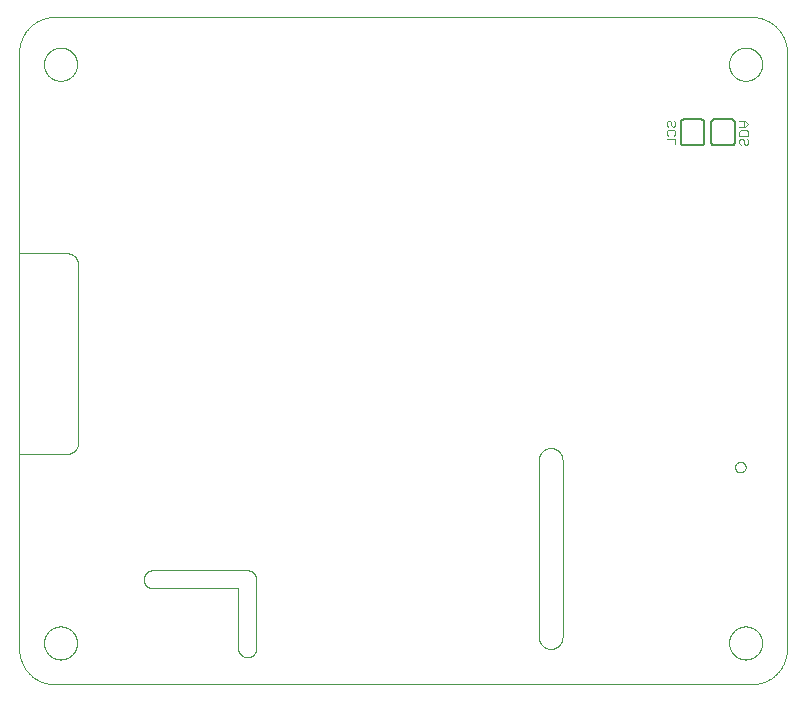
<source format=gbo>
G75*
%MOIN*%
%OFA0B0*%
%FSLAX25Y25*%
%IPPOS*%
%LPD*%
%AMOC8*
5,1,8,0,0,1.08239X$1,22.5*
%
%ADD10C,0.00000*%
%ADD11C,0.00100*%
%ADD12C,0.00600*%
%ADD13C,0.00300*%
D10*
X0016811Y0005000D02*
X0249094Y0005000D01*
X0249379Y0005003D01*
X0249665Y0005014D01*
X0249950Y0005031D01*
X0250234Y0005055D01*
X0250518Y0005086D01*
X0250801Y0005124D01*
X0251082Y0005169D01*
X0251363Y0005220D01*
X0251643Y0005278D01*
X0251921Y0005343D01*
X0252197Y0005415D01*
X0252471Y0005493D01*
X0252744Y0005578D01*
X0253014Y0005670D01*
X0253282Y0005768D01*
X0253548Y0005872D01*
X0253811Y0005983D01*
X0254071Y0006100D01*
X0254329Y0006223D01*
X0254583Y0006353D01*
X0254834Y0006489D01*
X0255082Y0006630D01*
X0255326Y0006778D01*
X0255567Y0006931D01*
X0255803Y0007091D01*
X0256036Y0007256D01*
X0256265Y0007426D01*
X0256490Y0007602D01*
X0256710Y0007784D01*
X0256926Y0007970D01*
X0257137Y0008162D01*
X0257344Y0008359D01*
X0257546Y0008561D01*
X0257743Y0008768D01*
X0257935Y0008979D01*
X0258121Y0009195D01*
X0258303Y0009415D01*
X0258479Y0009640D01*
X0258649Y0009869D01*
X0258814Y0010102D01*
X0258974Y0010338D01*
X0259127Y0010579D01*
X0259275Y0010823D01*
X0259416Y0011071D01*
X0259552Y0011322D01*
X0259682Y0011576D01*
X0259805Y0011834D01*
X0259922Y0012094D01*
X0260033Y0012357D01*
X0260137Y0012623D01*
X0260235Y0012891D01*
X0260327Y0013161D01*
X0260412Y0013434D01*
X0260490Y0013708D01*
X0260562Y0013984D01*
X0260627Y0014262D01*
X0260685Y0014542D01*
X0260736Y0014823D01*
X0260781Y0015104D01*
X0260819Y0015387D01*
X0260850Y0015671D01*
X0260874Y0015955D01*
X0260891Y0016240D01*
X0260902Y0016526D01*
X0260905Y0016811D01*
X0260906Y0016811D02*
X0260906Y0215630D01*
X0260905Y0215630D02*
X0260902Y0215915D01*
X0260891Y0216201D01*
X0260874Y0216486D01*
X0260850Y0216770D01*
X0260819Y0217054D01*
X0260781Y0217337D01*
X0260736Y0217618D01*
X0260685Y0217899D01*
X0260627Y0218179D01*
X0260562Y0218457D01*
X0260490Y0218733D01*
X0260412Y0219007D01*
X0260327Y0219280D01*
X0260235Y0219550D01*
X0260137Y0219818D01*
X0260033Y0220084D01*
X0259922Y0220347D01*
X0259805Y0220607D01*
X0259682Y0220865D01*
X0259552Y0221119D01*
X0259416Y0221370D01*
X0259275Y0221618D01*
X0259127Y0221862D01*
X0258974Y0222103D01*
X0258814Y0222339D01*
X0258649Y0222572D01*
X0258479Y0222801D01*
X0258303Y0223026D01*
X0258121Y0223246D01*
X0257935Y0223462D01*
X0257743Y0223673D01*
X0257546Y0223880D01*
X0257344Y0224082D01*
X0257137Y0224279D01*
X0256926Y0224471D01*
X0256710Y0224657D01*
X0256490Y0224839D01*
X0256265Y0225015D01*
X0256036Y0225185D01*
X0255803Y0225350D01*
X0255567Y0225510D01*
X0255326Y0225663D01*
X0255082Y0225811D01*
X0254834Y0225952D01*
X0254583Y0226088D01*
X0254329Y0226218D01*
X0254071Y0226341D01*
X0253811Y0226458D01*
X0253548Y0226569D01*
X0253282Y0226673D01*
X0253014Y0226771D01*
X0252744Y0226863D01*
X0252471Y0226948D01*
X0252197Y0227026D01*
X0251921Y0227098D01*
X0251643Y0227163D01*
X0251363Y0227221D01*
X0251082Y0227272D01*
X0250801Y0227317D01*
X0250518Y0227355D01*
X0250234Y0227386D01*
X0249950Y0227410D01*
X0249665Y0227427D01*
X0249379Y0227438D01*
X0249094Y0227441D01*
X0016811Y0227441D01*
X0016526Y0227438D01*
X0016240Y0227427D01*
X0015955Y0227410D01*
X0015671Y0227386D01*
X0015387Y0227355D01*
X0015104Y0227317D01*
X0014823Y0227272D01*
X0014542Y0227221D01*
X0014262Y0227163D01*
X0013984Y0227098D01*
X0013708Y0227026D01*
X0013434Y0226948D01*
X0013161Y0226863D01*
X0012891Y0226771D01*
X0012623Y0226673D01*
X0012357Y0226569D01*
X0012094Y0226458D01*
X0011834Y0226341D01*
X0011576Y0226218D01*
X0011322Y0226088D01*
X0011071Y0225952D01*
X0010823Y0225811D01*
X0010579Y0225663D01*
X0010338Y0225510D01*
X0010102Y0225350D01*
X0009869Y0225185D01*
X0009640Y0225015D01*
X0009415Y0224839D01*
X0009195Y0224657D01*
X0008979Y0224471D01*
X0008768Y0224279D01*
X0008561Y0224082D01*
X0008359Y0223880D01*
X0008162Y0223673D01*
X0007970Y0223462D01*
X0007784Y0223246D01*
X0007602Y0223026D01*
X0007426Y0222801D01*
X0007256Y0222572D01*
X0007091Y0222339D01*
X0006931Y0222103D01*
X0006778Y0221862D01*
X0006630Y0221618D01*
X0006489Y0221370D01*
X0006353Y0221119D01*
X0006223Y0220865D01*
X0006100Y0220607D01*
X0005983Y0220347D01*
X0005872Y0220084D01*
X0005768Y0219818D01*
X0005670Y0219550D01*
X0005578Y0219280D01*
X0005493Y0219007D01*
X0005415Y0218733D01*
X0005343Y0218457D01*
X0005278Y0218179D01*
X0005220Y0217899D01*
X0005169Y0217618D01*
X0005124Y0217337D01*
X0005086Y0217054D01*
X0005055Y0216770D01*
X0005031Y0216486D01*
X0005014Y0216201D01*
X0005003Y0215915D01*
X0005000Y0215630D01*
X0005000Y0016811D01*
X0005003Y0016526D01*
X0005014Y0016240D01*
X0005031Y0015955D01*
X0005055Y0015671D01*
X0005086Y0015387D01*
X0005124Y0015104D01*
X0005169Y0014823D01*
X0005220Y0014542D01*
X0005278Y0014262D01*
X0005343Y0013984D01*
X0005415Y0013708D01*
X0005493Y0013434D01*
X0005578Y0013161D01*
X0005670Y0012891D01*
X0005768Y0012623D01*
X0005872Y0012357D01*
X0005983Y0012094D01*
X0006100Y0011834D01*
X0006223Y0011576D01*
X0006353Y0011322D01*
X0006489Y0011071D01*
X0006630Y0010823D01*
X0006778Y0010579D01*
X0006931Y0010338D01*
X0007091Y0010102D01*
X0007256Y0009869D01*
X0007426Y0009640D01*
X0007602Y0009415D01*
X0007784Y0009195D01*
X0007970Y0008979D01*
X0008162Y0008768D01*
X0008359Y0008561D01*
X0008561Y0008359D01*
X0008768Y0008162D01*
X0008979Y0007970D01*
X0009195Y0007784D01*
X0009415Y0007602D01*
X0009640Y0007426D01*
X0009869Y0007256D01*
X0010102Y0007091D01*
X0010338Y0006931D01*
X0010579Y0006778D01*
X0010823Y0006630D01*
X0011071Y0006489D01*
X0011322Y0006353D01*
X0011576Y0006223D01*
X0011834Y0006100D01*
X0012094Y0005983D01*
X0012357Y0005872D01*
X0012623Y0005768D01*
X0012891Y0005670D01*
X0013161Y0005578D01*
X0013434Y0005493D01*
X0013708Y0005415D01*
X0013984Y0005343D01*
X0014262Y0005278D01*
X0014542Y0005220D01*
X0014823Y0005169D01*
X0015104Y0005124D01*
X0015387Y0005086D01*
X0015671Y0005055D01*
X0015955Y0005031D01*
X0016240Y0005014D01*
X0016526Y0005003D01*
X0016811Y0005000D01*
X0013268Y0018780D02*
X0013270Y0018928D01*
X0013276Y0019076D01*
X0013286Y0019224D01*
X0013300Y0019371D01*
X0013318Y0019518D01*
X0013339Y0019664D01*
X0013365Y0019810D01*
X0013395Y0019955D01*
X0013428Y0020099D01*
X0013466Y0020242D01*
X0013507Y0020384D01*
X0013552Y0020525D01*
X0013600Y0020665D01*
X0013653Y0020804D01*
X0013709Y0020941D01*
X0013769Y0021076D01*
X0013832Y0021210D01*
X0013899Y0021342D01*
X0013970Y0021472D01*
X0014044Y0021600D01*
X0014121Y0021726D01*
X0014202Y0021850D01*
X0014286Y0021972D01*
X0014373Y0022091D01*
X0014464Y0022208D01*
X0014558Y0022323D01*
X0014654Y0022435D01*
X0014754Y0022545D01*
X0014856Y0022651D01*
X0014962Y0022755D01*
X0015070Y0022856D01*
X0015181Y0022954D01*
X0015294Y0023050D01*
X0015410Y0023142D01*
X0015528Y0023231D01*
X0015649Y0023316D01*
X0015772Y0023399D01*
X0015897Y0023478D01*
X0016024Y0023554D01*
X0016153Y0023626D01*
X0016284Y0023695D01*
X0016417Y0023760D01*
X0016552Y0023821D01*
X0016688Y0023879D01*
X0016825Y0023934D01*
X0016964Y0023984D01*
X0017105Y0024031D01*
X0017246Y0024074D01*
X0017389Y0024114D01*
X0017533Y0024149D01*
X0017677Y0024181D01*
X0017823Y0024208D01*
X0017969Y0024232D01*
X0018116Y0024252D01*
X0018263Y0024268D01*
X0018410Y0024280D01*
X0018558Y0024288D01*
X0018706Y0024292D01*
X0018854Y0024292D01*
X0019002Y0024288D01*
X0019150Y0024280D01*
X0019297Y0024268D01*
X0019444Y0024252D01*
X0019591Y0024232D01*
X0019737Y0024208D01*
X0019883Y0024181D01*
X0020027Y0024149D01*
X0020171Y0024114D01*
X0020314Y0024074D01*
X0020455Y0024031D01*
X0020596Y0023984D01*
X0020735Y0023934D01*
X0020872Y0023879D01*
X0021008Y0023821D01*
X0021143Y0023760D01*
X0021276Y0023695D01*
X0021407Y0023626D01*
X0021536Y0023554D01*
X0021663Y0023478D01*
X0021788Y0023399D01*
X0021911Y0023316D01*
X0022032Y0023231D01*
X0022150Y0023142D01*
X0022266Y0023050D01*
X0022379Y0022954D01*
X0022490Y0022856D01*
X0022598Y0022755D01*
X0022704Y0022651D01*
X0022806Y0022545D01*
X0022906Y0022435D01*
X0023002Y0022323D01*
X0023096Y0022208D01*
X0023187Y0022091D01*
X0023274Y0021972D01*
X0023358Y0021850D01*
X0023439Y0021726D01*
X0023516Y0021600D01*
X0023590Y0021472D01*
X0023661Y0021342D01*
X0023728Y0021210D01*
X0023791Y0021076D01*
X0023851Y0020941D01*
X0023907Y0020804D01*
X0023960Y0020665D01*
X0024008Y0020525D01*
X0024053Y0020384D01*
X0024094Y0020242D01*
X0024132Y0020099D01*
X0024165Y0019955D01*
X0024195Y0019810D01*
X0024221Y0019664D01*
X0024242Y0019518D01*
X0024260Y0019371D01*
X0024274Y0019224D01*
X0024284Y0019076D01*
X0024290Y0018928D01*
X0024292Y0018780D01*
X0024290Y0018632D01*
X0024284Y0018484D01*
X0024274Y0018336D01*
X0024260Y0018189D01*
X0024242Y0018042D01*
X0024221Y0017896D01*
X0024195Y0017750D01*
X0024165Y0017605D01*
X0024132Y0017461D01*
X0024094Y0017318D01*
X0024053Y0017176D01*
X0024008Y0017035D01*
X0023960Y0016895D01*
X0023907Y0016756D01*
X0023851Y0016619D01*
X0023791Y0016484D01*
X0023728Y0016350D01*
X0023661Y0016218D01*
X0023590Y0016088D01*
X0023516Y0015960D01*
X0023439Y0015834D01*
X0023358Y0015710D01*
X0023274Y0015588D01*
X0023187Y0015469D01*
X0023096Y0015352D01*
X0023002Y0015237D01*
X0022906Y0015125D01*
X0022806Y0015015D01*
X0022704Y0014909D01*
X0022598Y0014805D01*
X0022490Y0014704D01*
X0022379Y0014606D01*
X0022266Y0014510D01*
X0022150Y0014418D01*
X0022032Y0014329D01*
X0021911Y0014244D01*
X0021788Y0014161D01*
X0021663Y0014082D01*
X0021536Y0014006D01*
X0021407Y0013934D01*
X0021276Y0013865D01*
X0021143Y0013800D01*
X0021008Y0013739D01*
X0020872Y0013681D01*
X0020735Y0013626D01*
X0020596Y0013576D01*
X0020455Y0013529D01*
X0020314Y0013486D01*
X0020171Y0013446D01*
X0020027Y0013411D01*
X0019883Y0013379D01*
X0019737Y0013352D01*
X0019591Y0013328D01*
X0019444Y0013308D01*
X0019297Y0013292D01*
X0019150Y0013280D01*
X0019002Y0013272D01*
X0018854Y0013268D01*
X0018706Y0013268D01*
X0018558Y0013272D01*
X0018410Y0013280D01*
X0018263Y0013292D01*
X0018116Y0013308D01*
X0017969Y0013328D01*
X0017823Y0013352D01*
X0017677Y0013379D01*
X0017533Y0013411D01*
X0017389Y0013446D01*
X0017246Y0013486D01*
X0017105Y0013529D01*
X0016964Y0013576D01*
X0016825Y0013626D01*
X0016688Y0013681D01*
X0016552Y0013739D01*
X0016417Y0013800D01*
X0016284Y0013865D01*
X0016153Y0013934D01*
X0016024Y0014006D01*
X0015897Y0014082D01*
X0015772Y0014161D01*
X0015649Y0014244D01*
X0015528Y0014329D01*
X0015410Y0014418D01*
X0015294Y0014510D01*
X0015181Y0014606D01*
X0015070Y0014704D01*
X0014962Y0014805D01*
X0014856Y0014909D01*
X0014754Y0015015D01*
X0014654Y0015125D01*
X0014558Y0015237D01*
X0014464Y0015352D01*
X0014373Y0015469D01*
X0014286Y0015588D01*
X0014202Y0015710D01*
X0014121Y0015834D01*
X0014044Y0015960D01*
X0013970Y0016088D01*
X0013899Y0016218D01*
X0013832Y0016350D01*
X0013769Y0016484D01*
X0013709Y0016619D01*
X0013653Y0016756D01*
X0013600Y0016895D01*
X0013552Y0017035D01*
X0013507Y0017176D01*
X0013466Y0017318D01*
X0013428Y0017461D01*
X0013395Y0017605D01*
X0013365Y0017750D01*
X0013339Y0017896D01*
X0013318Y0018042D01*
X0013300Y0018189D01*
X0013286Y0018336D01*
X0013276Y0018484D01*
X0013270Y0018632D01*
X0013268Y0018780D01*
X0005000Y0053000D02*
X0005000Y0128000D01*
X0024685Y0144764D02*
X0024683Y0144888D01*
X0024677Y0145011D01*
X0024668Y0145135D01*
X0024654Y0145257D01*
X0024637Y0145380D01*
X0024615Y0145502D01*
X0024590Y0145623D01*
X0024561Y0145743D01*
X0024529Y0145862D01*
X0024492Y0145981D01*
X0024452Y0146098D01*
X0024409Y0146213D01*
X0024361Y0146328D01*
X0024310Y0146440D01*
X0024256Y0146551D01*
X0024198Y0146661D01*
X0024137Y0146768D01*
X0024072Y0146874D01*
X0024004Y0146977D01*
X0023933Y0147078D01*
X0023859Y0147177D01*
X0023782Y0147274D01*
X0023701Y0147368D01*
X0023618Y0147459D01*
X0023532Y0147548D01*
X0023443Y0147634D01*
X0023352Y0147717D01*
X0023258Y0147798D01*
X0023161Y0147875D01*
X0023062Y0147949D01*
X0022961Y0148020D01*
X0022858Y0148088D01*
X0022752Y0148153D01*
X0022645Y0148214D01*
X0022535Y0148272D01*
X0022424Y0148326D01*
X0022312Y0148377D01*
X0022197Y0148425D01*
X0022082Y0148468D01*
X0021965Y0148508D01*
X0021846Y0148545D01*
X0021727Y0148577D01*
X0021607Y0148606D01*
X0021486Y0148631D01*
X0021364Y0148653D01*
X0021241Y0148670D01*
X0021119Y0148684D01*
X0020995Y0148693D01*
X0020872Y0148699D01*
X0020748Y0148701D01*
X0005000Y0148701D01*
X0024685Y0144764D02*
X0024685Y0085709D01*
X0024683Y0085585D01*
X0024677Y0085462D01*
X0024668Y0085338D01*
X0024654Y0085216D01*
X0024637Y0085093D01*
X0024615Y0084971D01*
X0024590Y0084850D01*
X0024561Y0084730D01*
X0024529Y0084611D01*
X0024492Y0084492D01*
X0024452Y0084375D01*
X0024409Y0084260D01*
X0024361Y0084145D01*
X0024310Y0084033D01*
X0024256Y0083922D01*
X0024198Y0083812D01*
X0024137Y0083705D01*
X0024072Y0083599D01*
X0024004Y0083496D01*
X0023933Y0083395D01*
X0023859Y0083296D01*
X0023782Y0083199D01*
X0023701Y0083105D01*
X0023618Y0083014D01*
X0023532Y0082925D01*
X0023443Y0082839D01*
X0023352Y0082756D01*
X0023258Y0082675D01*
X0023161Y0082598D01*
X0023062Y0082524D01*
X0022961Y0082453D01*
X0022858Y0082385D01*
X0022752Y0082320D01*
X0022645Y0082259D01*
X0022535Y0082201D01*
X0022424Y0082147D01*
X0022312Y0082096D01*
X0022197Y0082048D01*
X0022082Y0082005D01*
X0021965Y0081965D01*
X0021846Y0081928D01*
X0021727Y0081896D01*
X0021607Y0081867D01*
X0021486Y0081842D01*
X0021364Y0081820D01*
X0021241Y0081803D01*
X0021119Y0081789D01*
X0020995Y0081780D01*
X0020872Y0081774D01*
X0020748Y0081772D01*
X0005394Y0081772D01*
X0005000Y0082000D02*
X0005000Y0082500D01*
X0013268Y0211693D02*
X0013270Y0211841D01*
X0013276Y0211989D01*
X0013286Y0212137D01*
X0013300Y0212284D01*
X0013318Y0212431D01*
X0013339Y0212577D01*
X0013365Y0212723D01*
X0013395Y0212868D01*
X0013428Y0213012D01*
X0013466Y0213155D01*
X0013507Y0213297D01*
X0013552Y0213438D01*
X0013600Y0213578D01*
X0013653Y0213717D01*
X0013709Y0213854D01*
X0013769Y0213989D01*
X0013832Y0214123D01*
X0013899Y0214255D01*
X0013970Y0214385D01*
X0014044Y0214513D01*
X0014121Y0214639D01*
X0014202Y0214763D01*
X0014286Y0214885D01*
X0014373Y0215004D01*
X0014464Y0215121D01*
X0014558Y0215236D01*
X0014654Y0215348D01*
X0014754Y0215458D01*
X0014856Y0215564D01*
X0014962Y0215668D01*
X0015070Y0215769D01*
X0015181Y0215867D01*
X0015294Y0215963D01*
X0015410Y0216055D01*
X0015528Y0216144D01*
X0015649Y0216229D01*
X0015772Y0216312D01*
X0015897Y0216391D01*
X0016024Y0216467D01*
X0016153Y0216539D01*
X0016284Y0216608D01*
X0016417Y0216673D01*
X0016552Y0216734D01*
X0016688Y0216792D01*
X0016825Y0216847D01*
X0016964Y0216897D01*
X0017105Y0216944D01*
X0017246Y0216987D01*
X0017389Y0217027D01*
X0017533Y0217062D01*
X0017677Y0217094D01*
X0017823Y0217121D01*
X0017969Y0217145D01*
X0018116Y0217165D01*
X0018263Y0217181D01*
X0018410Y0217193D01*
X0018558Y0217201D01*
X0018706Y0217205D01*
X0018854Y0217205D01*
X0019002Y0217201D01*
X0019150Y0217193D01*
X0019297Y0217181D01*
X0019444Y0217165D01*
X0019591Y0217145D01*
X0019737Y0217121D01*
X0019883Y0217094D01*
X0020027Y0217062D01*
X0020171Y0217027D01*
X0020314Y0216987D01*
X0020455Y0216944D01*
X0020596Y0216897D01*
X0020735Y0216847D01*
X0020872Y0216792D01*
X0021008Y0216734D01*
X0021143Y0216673D01*
X0021276Y0216608D01*
X0021407Y0216539D01*
X0021536Y0216467D01*
X0021663Y0216391D01*
X0021788Y0216312D01*
X0021911Y0216229D01*
X0022032Y0216144D01*
X0022150Y0216055D01*
X0022266Y0215963D01*
X0022379Y0215867D01*
X0022490Y0215769D01*
X0022598Y0215668D01*
X0022704Y0215564D01*
X0022806Y0215458D01*
X0022906Y0215348D01*
X0023002Y0215236D01*
X0023096Y0215121D01*
X0023187Y0215004D01*
X0023274Y0214885D01*
X0023358Y0214763D01*
X0023439Y0214639D01*
X0023516Y0214513D01*
X0023590Y0214385D01*
X0023661Y0214255D01*
X0023728Y0214123D01*
X0023791Y0213989D01*
X0023851Y0213854D01*
X0023907Y0213717D01*
X0023960Y0213578D01*
X0024008Y0213438D01*
X0024053Y0213297D01*
X0024094Y0213155D01*
X0024132Y0213012D01*
X0024165Y0212868D01*
X0024195Y0212723D01*
X0024221Y0212577D01*
X0024242Y0212431D01*
X0024260Y0212284D01*
X0024274Y0212137D01*
X0024284Y0211989D01*
X0024290Y0211841D01*
X0024292Y0211693D01*
X0024290Y0211545D01*
X0024284Y0211397D01*
X0024274Y0211249D01*
X0024260Y0211102D01*
X0024242Y0210955D01*
X0024221Y0210809D01*
X0024195Y0210663D01*
X0024165Y0210518D01*
X0024132Y0210374D01*
X0024094Y0210231D01*
X0024053Y0210089D01*
X0024008Y0209948D01*
X0023960Y0209808D01*
X0023907Y0209669D01*
X0023851Y0209532D01*
X0023791Y0209397D01*
X0023728Y0209263D01*
X0023661Y0209131D01*
X0023590Y0209001D01*
X0023516Y0208873D01*
X0023439Y0208747D01*
X0023358Y0208623D01*
X0023274Y0208501D01*
X0023187Y0208382D01*
X0023096Y0208265D01*
X0023002Y0208150D01*
X0022906Y0208038D01*
X0022806Y0207928D01*
X0022704Y0207822D01*
X0022598Y0207718D01*
X0022490Y0207617D01*
X0022379Y0207519D01*
X0022266Y0207423D01*
X0022150Y0207331D01*
X0022032Y0207242D01*
X0021911Y0207157D01*
X0021788Y0207074D01*
X0021663Y0206995D01*
X0021536Y0206919D01*
X0021407Y0206847D01*
X0021276Y0206778D01*
X0021143Y0206713D01*
X0021008Y0206652D01*
X0020872Y0206594D01*
X0020735Y0206539D01*
X0020596Y0206489D01*
X0020455Y0206442D01*
X0020314Y0206399D01*
X0020171Y0206359D01*
X0020027Y0206324D01*
X0019883Y0206292D01*
X0019737Y0206265D01*
X0019591Y0206241D01*
X0019444Y0206221D01*
X0019297Y0206205D01*
X0019150Y0206193D01*
X0019002Y0206185D01*
X0018854Y0206181D01*
X0018706Y0206181D01*
X0018558Y0206185D01*
X0018410Y0206193D01*
X0018263Y0206205D01*
X0018116Y0206221D01*
X0017969Y0206241D01*
X0017823Y0206265D01*
X0017677Y0206292D01*
X0017533Y0206324D01*
X0017389Y0206359D01*
X0017246Y0206399D01*
X0017105Y0206442D01*
X0016964Y0206489D01*
X0016825Y0206539D01*
X0016688Y0206594D01*
X0016552Y0206652D01*
X0016417Y0206713D01*
X0016284Y0206778D01*
X0016153Y0206847D01*
X0016024Y0206919D01*
X0015897Y0206995D01*
X0015772Y0207074D01*
X0015649Y0207157D01*
X0015528Y0207242D01*
X0015410Y0207331D01*
X0015294Y0207423D01*
X0015181Y0207519D01*
X0015070Y0207617D01*
X0014962Y0207718D01*
X0014856Y0207822D01*
X0014754Y0207928D01*
X0014654Y0208038D01*
X0014558Y0208150D01*
X0014464Y0208265D01*
X0014373Y0208382D01*
X0014286Y0208501D01*
X0014202Y0208623D01*
X0014121Y0208747D01*
X0014044Y0208873D01*
X0013970Y0209001D01*
X0013899Y0209131D01*
X0013832Y0209263D01*
X0013769Y0209397D01*
X0013709Y0209532D01*
X0013653Y0209669D01*
X0013600Y0209808D01*
X0013552Y0209948D01*
X0013507Y0210089D01*
X0013466Y0210231D01*
X0013428Y0210374D01*
X0013395Y0210518D01*
X0013365Y0210663D01*
X0013339Y0210809D01*
X0013318Y0210955D01*
X0013300Y0211102D01*
X0013286Y0211249D01*
X0013276Y0211397D01*
X0013270Y0211545D01*
X0013268Y0211693D01*
X0178228Y0079803D02*
X0178228Y0020748D01*
X0178230Y0020624D01*
X0178236Y0020501D01*
X0178245Y0020377D01*
X0178259Y0020255D01*
X0178276Y0020132D01*
X0178298Y0020010D01*
X0178323Y0019889D01*
X0178352Y0019769D01*
X0178384Y0019650D01*
X0178421Y0019531D01*
X0178461Y0019414D01*
X0178504Y0019299D01*
X0178552Y0019184D01*
X0178603Y0019072D01*
X0178657Y0018961D01*
X0178715Y0018851D01*
X0178776Y0018744D01*
X0178841Y0018638D01*
X0178909Y0018535D01*
X0178980Y0018434D01*
X0179054Y0018335D01*
X0179131Y0018238D01*
X0179212Y0018144D01*
X0179295Y0018053D01*
X0179381Y0017964D01*
X0179470Y0017878D01*
X0179561Y0017795D01*
X0179655Y0017714D01*
X0179752Y0017637D01*
X0179851Y0017563D01*
X0179952Y0017492D01*
X0180055Y0017424D01*
X0180161Y0017359D01*
X0180268Y0017298D01*
X0180378Y0017240D01*
X0180489Y0017186D01*
X0180601Y0017135D01*
X0180716Y0017087D01*
X0180831Y0017044D01*
X0180948Y0017004D01*
X0181067Y0016967D01*
X0181186Y0016935D01*
X0181306Y0016906D01*
X0181427Y0016881D01*
X0181549Y0016859D01*
X0181672Y0016842D01*
X0181794Y0016828D01*
X0181918Y0016819D01*
X0182041Y0016813D01*
X0182165Y0016811D01*
X0182289Y0016813D01*
X0182412Y0016819D01*
X0182536Y0016828D01*
X0182658Y0016842D01*
X0182781Y0016859D01*
X0182903Y0016881D01*
X0183024Y0016906D01*
X0183144Y0016935D01*
X0183263Y0016967D01*
X0183382Y0017004D01*
X0183499Y0017044D01*
X0183614Y0017087D01*
X0183729Y0017135D01*
X0183841Y0017186D01*
X0183952Y0017240D01*
X0184062Y0017298D01*
X0184169Y0017359D01*
X0184275Y0017424D01*
X0184378Y0017492D01*
X0184479Y0017563D01*
X0184578Y0017637D01*
X0184675Y0017714D01*
X0184769Y0017795D01*
X0184860Y0017878D01*
X0184949Y0017964D01*
X0185035Y0018053D01*
X0185118Y0018144D01*
X0185199Y0018238D01*
X0185276Y0018335D01*
X0185350Y0018434D01*
X0185421Y0018535D01*
X0185489Y0018638D01*
X0185554Y0018744D01*
X0185615Y0018851D01*
X0185673Y0018961D01*
X0185727Y0019072D01*
X0185778Y0019184D01*
X0185826Y0019299D01*
X0185869Y0019414D01*
X0185909Y0019531D01*
X0185946Y0019650D01*
X0185978Y0019769D01*
X0186007Y0019889D01*
X0186032Y0020010D01*
X0186054Y0020132D01*
X0186071Y0020255D01*
X0186085Y0020377D01*
X0186094Y0020501D01*
X0186100Y0020624D01*
X0186102Y0020748D01*
X0186102Y0079803D01*
X0186100Y0079927D01*
X0186094Y0080050D01*
X0186085Y0080174D01*
X0186071Y0080296D01*
X0186054Y0080419D01*
X0186032Y0080541D01*
X0186007Y0080662D01*
X0185978Y0080782D01*
X0185946Y0080901D01*
X0185909Y0081020D01*
X0185869Y0081137D01*
X0185826Y0081252D01*
X0185778Y0081367D01*
X0185727Y0081479D01*
X0185673Y0081590D01*
X0185615Y0081700D01*
X0185554Y0081807D01*
X0185489Y0081913D01*
X0185421Y0082016D01*
X0185350Y0082117D01*
X0185276Y0082216D01*
X0185199Y0082313D01*
X0185118Y0082407D01*
X0185035Y0082498D01*
X0184949Y0082587D01*
X0184860Y0082673D01*
X0184769Y0082756D01*
X0184675Y0082837D01*
X0184578Y0082914D01*
X0184479Y0082988D01*
X0184378Y0083059D01*
X0184275Y0083127D01*
X0184169Y0083192D01*
X0184062Y0083253D01*
X0183952Y0083311D01*
X0183841Y0083365D01*
X0183729Y0083416D01*
X0183614Y0083464D01*
X0183499Y0083507D01*
X0183382Y0083547D01*
X0183263Y0083584D01*
X0183144Y0083616D01*
X0183024Y0083645D01*
X0182903Y0083670D01*
X0182781Y0083692D01*
X0182658Y0083709D01*
X0182536Y0083723D01*
X0182412Y0083732D01*
X0182289Y0083738D01*
X0182165Y0083740D01*
X0182041Y0083738D01*
X0181918Y0083732D01*
X0181794Y0083723D01*
X0181672Y0083709D01*
X0181549Y0083692D01*
X0181427Y0083670D01*
X0181306Y0083645D01*
X0181186Y0083616D01*
X0181067Y0083584D01*
X0180948Y0083547D01*
X0180831Y0083507D01*
X0180716Y0083464D01*
X0180601Y0083416D01*
X0180489Y0083365D01*
X0180378Y0083311D01*
X0180268Y0083253D01*
X0180161Y0083192D01*
X0180055Y0083127D01*
X0179952Y0083059D01*
X0179851Y0082988D01*
X0179752Y0082914D01*
X0179655Y0082837D01*
X0179561Y0082756D01*
X0179470Y0082673D01*
X0179381Y0082587D01*
X0179295Y0082498D01*
X0179212Y0082407D01*
X0179131Y0082313D01*
X0179054Y0082216D01*
X0178980Y0082117D01*
X0178909Y0082016D01*
X0178841Y0081913D01*
X0178776Y0081807D01*
X0178715Y0081700D01*
X0178657Y0081590D01*
X0178603Y0081479D01*
X0178552Y0081367D01*
X0178504Y0081252D01*
X0178461Y0081137D01*
X0178421Y0081020D01*
X0178384Y0080901D01*
X0178352Y0080782D01*
X0178323Y0080662D01*
X0178298Y0080541D01*
X0178276Y0080419D01*
X0178259Y0080296D01*
X0178245Y0080174D01*
X0178236Y0080050D01*
X0178230Y0079927D01*
X0178228Y0079803D01*
X0243628Y0077400D02*
X0243630Y0077484D01*
X0243636Y0077567D01*
X0243646Y0077650D01*
X0243660Y0077733D01*
X0243677Y0077815D01*
X0243699Y0077896D01*
X0243724Y0077975D01*
X0243753Y0078054D01*
X0243786Y0078131D01*
X0243822Y0078206D01*
X0243862Y0078280D01*
X0243905Y0078352D01*
X0243952Y0078421D01*
X0244002Y0078488D01*
X0244055Y0078553D01*
X0244111Y0078615D01*
X0244169Y0078675D01*
X0244231Y0078732D01*
X0244295Y0078785D01*
X0244362Y0078836D01*
X0244431Y0078883D01*
X0244502Y0078928D01*
X0244575Y0078968D01*
X0244650Y0079005D01*
X0244727Y0079039D01*
X0244805Y0079069D01*
X0244884Y0079095D01*
X0244965Y0079118D01*
X0245047Y0079136D01*
X0245129Y0079151D01*
X0245212Y0079162D01*
X0245295Y0079169D01*
X0245379Y0079172D01*
X0245463Y0079171D01*
X0245546Y0079166D01*
X0245630Y0079157D01*
X0245712Y0079144D01*
X0245794Y0079128D01*
X0245875Y0079107D01*
X0245956Y0079083D01*
X0246034Y0079055D01*
X0246112Y0079023D01*
X0246188Y0078987D01*
X0246262Y0078948D01*
X0246334Y0078906D01*
X0246404Y0078860D01*
X0246472Y0078811D01*
X0246537Y0078759D01*
X0246600Y0078704D01*
X0246660Y0078646D01*
X0246718Y0078585D01*
X0246772Y0078521D01*
X0246824Y0078455D01*
X0246872Y0078387D01*
X0246917Y0078316D01*
X0246958Y0078243D01*
X0246997Y0078169D01*
X0247031Y0078093D01*
X0247062Y0078015D01*
X0247089Y0077936D01*
X0247113Y0077855D01*
X0247132Y0077774D01*
X0247148Y0077692D01*
X0247160Y0077609D01*
X0247168Y0077525D01*
X0247172Y0077442D01*
X0247172Y0077358D01*
X0247168Y0077275D01*
X0247160Y0077191D01*
X0247148Y0077108D01*
X0247132Y0077026D01*
X0247113Y0076945D01*
X0247089Y0076864D01*
X0247062Y0076785D01*
X0247031Y0076707D01*
X0246997Y0076631D01*
X0246958Y0076557D01*
X0246917Y0076484D01*
X0246872Y0076413D01*
X0246824Y0076345D01*
X0246772Y0076279D01*
X0246718Y0076215D01*
X0246660Y0076154D01*
X0246600Y0076096D01*
X0246537Y0076041D01*
X0246472Y0075989D01*
X0246404Y0075940D01*
X0246334Y0075894D01*
X0246262Y0075852D01*
X0246188Y0075813D01*
X0246112Y0075777D01*
X0246034Y0075745D01*
X0245956Y0075717D01*
X0245875Y0075693D01*
X0245794Y0075672D01*
X0245712Y0075656D01*
X0245630Y0075643D01*
X0245546Y0075634D01*
X0245463Y0075629D01*
X0245379Y0075628D01*
X0245295Y0075631D01*
X0245212Y0075638D01*
X0245129Y0075649D01*
X0245047Y0075664D01*
X0244965Y0075682D01*
X0244884Y0075705D01*
X0244805Y0075731D01*
X0244727Y0075761D01*
X0244650Y0075795D01*
X0244575Y0075832D01*
X0244502Y0075872D01*
X0244431Y0075917D01*
X0244362Y0075964D01*
X0244295Y0076015D01*
X0244231Y0076068D01*
X0244169Y0076125D01*
X0244111Y0076185D01*
X0244055Y0076247D01*
X0244002Y0076312D01*
X0243952Y0076379D01*
X0243905Y0076448D01*
X0243862Y0076520D01*
X0243822Y0076594D01*
X0243786Y0076669D01*
X0243753Y0076746D01*
X0243724Y0076825D01*
X0243699Y0076904D01*
X0243677Y0076985D01*
X0243660Y0077067D01*
X0243646Y0077150D01*
X0243636Y0077233D01*
X0243630Y0077316D01*
X0243628Y0077400D01*
X0241614Y0018780D02*
X0241616Y0018928D01*
X0241622Y0019076D01*
X0241632Y0019224D01*
X0241646Y0019371D01*
X0241664Y0019518D01*
X0241685Y0019664D01*
X0241711Y0019810D01*
X0241741Y0019955D01*
X0241774Y0020099D01*
X0241812Y0020242D01*
X0241853Y0020384D01*
X0241898Y0020525D01*
X0241946Y0020665D01*
X0241999Y0020804D01*
X0242055Y0020941D01*
X0242115Y0021076D01*
X0242178Y0021210D01*
X0242245Y0021342D01*
X0242316Y0021472D01*
X0242390Y0021600D01*
X0242467Y0021726D01*
X0242548Y0021850D01*
X0242632Y0021972D01*
X0242719Y0022091D01*
X0242810Y0022208D01*
X0242904Y0022323D01*
X0243000Y0022435D01*
X0243100Y0022545D01*
X0243202Y0022651D01*
X0243308Y0022755D01*
X0243416Y0022856D01*
X0243527Y0022954D01*
X0243640Y0023050D01*
X0243756Y0023142D01*
X0243874Y0023231D01*
X0243995Y0023316D01*
X0244118Y0023399D01*
X0244243Y0023478D01*
X0244370Y0023554D01*
X0244499Y0023626D01*
X0244630Y0023695D01*
X0244763Y0023760D01*
X0244898Y0023821D01*
X0245034Y0023879D01*
X0245171Y0023934D01*
X0245310Y0023984D01*
X0245451Y0024031D01*
X0245592Y0024074D01*
X0245735Y0024114D01*
X0245879Y0024149D01*
X0246023Y0024181D01*
X0246169Y0024208D01*
X0246315Y0024232D01*
X0246462Y0024252D01*
X0246609Y0024268D01*
X0246756Y0024280D01*
X0246904Y0024288D01*
X0247052Y0024292D01*
X0247200Y0024292D01*
X0247348Y0024288D01*
X0247496Y0024280D01*
X0247643Y0024268D01*
X0247790Y0024252D01*
X0247937Y0024232D01*
X0248083Y0024208D01*
X0248229Y0024181D01*
X0248373Y0024149D01*
X0248517Y0024114D01*
X0248660Y0024074D01*
X0248801Y0024031D01*
X0248942Y0023984D01*
X0249081Y0023934D01*
X0249218Y0023879D01*
X0249354Y0023821D01*
X0249489Y0023760D01*
X0249622Y0023695D01*
X0249753Y0023626D01*
X0249882Y0023554D01*
X0250009Y0023478D01*
X0250134Y0023399D01*
X0250257Y0023316D01*
X0250378Y0023231D01*
X0250496Y0023142D01*
X0250612Y0023050D01*
X0250725Y0022954D01*
X0250836Y0022856D01*
X0250944Y0022755D01*
X0251050Y0022651D01*
X0251152Y0022545D01*
X0251252Y0022435D01*
X0251348Y0022323D01*
X0251442Y0022208D01*
X0251533Y0022091D01*
X0251620Y0021972D01*
X0251704Y0021850D01*
X0251785Y0021726D01*
X0251862Y0021600D01*
X0251936Y0021472D01*
X0252007Y0021342D01*
X0252074Y0021210D01*
X0252137Y0021076D01*
X0252197Y0020941D01*
X0252253Y0020804D01*
X0252306Y0020665D01*
X0252354Y0020525D01*
X0252399Y0020384D01*
X0252440Y0020242D01*
X0252478Y0020099D01*
X0252511Y0019955D01*
X0252541Y0019810D01*
X0252567Y0019664D01*
X0252588Y0019518D01*
X0252606Y0019371D01*
X0252620Y0019224D01*
X0252630Y0019076D01*
X0252636Y0018928D01*
X0252638Y0018780D01*
X0252636Y0018632D01*
X0252630Y0018484D01*
X0252620Y0018336D01*
X0252606Y0018189D01*
X0252588Y0018042D01*
X0252567Y0017896D01*
X0252541Y0017750D01*
X0252511Y0017605D01*
X0252478Y0017461D01*
X0252440Y0017318D01*
X0252399Y0017176D01*
X0252354Y0017035D01*
X0252306Y0016895D01*
X0252253Y0016756D01*
X0252197Y0016619D01*
X0252137Y0016484D01*
X0252074Y0016350D01*
X0252007Y0016218D01*
X0251936Y0016088D01*
X0251862Y0015960D01*
X0251785Y0015834D01*
X0251704Y0015710D01*
X0251620Y0015588D01*
X0251533Y0015469D01*
X0251442Y0015352D01*
X0251348Y0015237D01*
X0251252Y0015125D01*
X0251152Y0015015D01*
X0251050Y0014909D01*
X0250944Y0014805D01*
X0250836Y0014704D01*
X0250725Y0014606D01*
X0250612Y0014510D01*
X0250496Y0014418D01*
X0250378Y0014329D01*
X0250257Y0014244D01*
X0250134Y0014161D01*
X0250009Y0014082D01*
X0249882Y0014006D01*
X0249753Y0013934D01*
X0249622Y0013865D01*
X0249489Y0013800D01*
X0249354Y0013739D01*
X0249218Y0013681D01*
X0249081Y0013626D01*
X0248942Y0013576D01*
X0248801Y0013529D01*
X0248660Y0013486D01*
X0248517Y0013446D01*
X0248373Y0013411D01*
X0248229Y0013379D01*
X0248083Y0013352D01*
X0247937Y0013328D01*
X0247790Y0013308D01*
X0247643Y0013292D01*
X0247496Y0013280D01*
X0247348Y0013272D01*
X0247200Y0013268D01*
X0247052Y0013268D01*
X0246904Y0013272D01*
X0246756Y0013280D01*
X0246609Y0013292D01*
X0246462Y0013308D01*
X0246315Y0013328D01*
X0246169Y0013352D01*
X0246023Y0013379D01*
X0245879Y0013411D01*
X0245735Y0013446D01*
X0245592Y0013486D01*
X0245451Y0013529D01*
X0245310Y0013576D01*
X0245171Y0013626D01*
X0245034Y0013681D01*
X0244898Y0013739D01*
X0244763Y0013800D01*
X0244630Y0013865D01*
X0244499Y0013934D01*
X0244370Y0014006D01*
X0244243Y0014082D01*
X0244118Y0014161D01*
X0243995Y0014244D01*
X0243874Y0014329D01*
X0243756Y0014418D01*
X0243640Y0014510D01*
X0243527Y0014606D01*
X0243416Y0014704D01*
X0243308Y0014805D01*
X0243202Y0014909D01*
X0243100Y0015015D01*
X0243000Y0015125D01*
X0242904Y0015237D01*
X0242810Y0015352D01*
X0242719Y0015469D01*
X0242632Y0015588D01*
X0242548Y0015710D01*
X0242467Y0015834D01*
X0242390Y0015960D01*
X0242316Y0016088D01*
X0242245Y0016218D01*
X0242178Y0016350D01*
X0242115Y0016484D01*
X0242055Y0016619D01*
X0241999Y0016756D01*
X0241946Y0016895D01*
X0241898Y0017035D01*
X0241853Y0017176D01*
X0241812Y0017318D01*
X0241774Y0017461D01*
X0241741Y0017605D01*
X0241711Y0017750D01*
X0241685Y0017896D01*
X0241664Y0018042D01*
X0241646Y0018189D01*
X0241632Y0018336D01*
X0241622Y0018484D01*
X0241616Y0018632D01*
X0241614Y0018780D01*
X0241614Y0211693D02*
X0241616Y0211841D01*
X0241622Y0211989D01*
X0241632Y0212137D01*
X0241646Y0212284D01*
X0241664Y0212431D01*
X0241685Y0212577D01*
X0241711Y0212723D01*
X0241741Y0212868D01*
X0241774Y0213012D01*
X0241812Y0213155D01*
X0241853Y0213297D01*
X0241898Y0213438D01*
X0241946Y0213578D01*
X0241999Y0213717D01*
X0242055Y0213854D01*
X0242115Y0213989D01*
X0242178Y0214123D01*
X0242245Y0214255D01*
X0242316Y0214385D01*
X0242390Y0214513D01*
X0242467Y0214639D01*
X0242548Y0214763D01*
X0242632Y0214885D01*
X0242719Y0215004D01*
X0242810Y0215121D01*
X0242904Y0215236D01*
X0243000Y0215348D01*
X0243100Y0215458D01*
X0243202Y0215564D01*
X0243308Y0215668D01*
X0243416Y0215769D01*
X0243527Y0215867D01*
X0243640Y0215963D01*
X0243756Y0216055D01*
X0243874Y0216144D01*
X0243995Y0216229D01*
X0244118Y0216312D01*
X0244243Y0216391D01*
X0244370Y0216467D01*
X0244499Y0216539D01*
X0244630Y0216608D01*
X0244763Y0216673D01*
X0244898Y0216734D01*
X0245034Y0216792D01*
X0245171Y0216847D01*
X0245310Y0216897D01*
X0245451Y0216944D01*
X0245592Y0216987D01*
X0245735Y0217027D01*
X0245879Y0217062D01*
X0246023Y0217094D01*
X0246169Y0217121D01*
X0246315Y0217145D01*
X0246462Y0217165D01*
X0246609Y0217181D01*
X0246756Y0217193D01*
X0246904Y0217201D01*
X0247052Y0217205D01*
X0247200Y0217205D01*
X0247348Y0217201D01*
X0247496Y0217193D01*
X0247643Y0217181D01*
X0247790Y0217165D01*
X0247937Y0217145D01*
X0248083Y0217121D01*
X0248229Y0217094D01*
X0248373Y0217062D01*
X0248517Y0217027D01*
X0248660Y0216987D01*
X0248801Y0216944D01*
X0248942Y0216897D01*
X0249081Y0216847D01*
X0249218Y0216792D01*
X0249354Y0216734D01*
X0249489Y0216673D01*
X0249622Y0216608D01*
X0249753Y0216539D01*
X0249882Y0216467D01*
X0250009Y0216391D01*
X0250134Y0216312D01*
X0250257Y0216229D01*
X0250378Y0216144D01*
X0250496Y0216055D01*
X0250612Y0215963D01*
X0250725Y0215867D01*
X0250836Y0215769D01*
X0250944Y0215668D01*
X0251050Y0215564D01*
X0251152Y0215458D01*
X0251252Y0215348D01*
X0251348Y0215236D01*
X0251442Y0215121D01*
X0251533Y0215004D01*
X0251620Y0214885D01*
X0251704Y0214763D01*
X0251785Y0214639D01*
X0251862Y0214513D01*
X0251936Y0214385D01*
X0252007Y0214255D01*
X0252074Y0214123D01*
X0252137Y0213989D01*
X0252197Y0213854D01*
X0252253Y0213717D01*
X0252306Y0213578D01*
X0252354Y0213438D01*
X0252399Y0213297D01*
X0252440Y0213155D01*
X0252478Y0213012D01*
X0252511Y0212868D01*
X0252541Y0212723D01*
X0252567Y0212577D01*
X0252588Y0212431D01*
X0252606Y0212284D01*
X0252620Y0212137D01*
X0252630Y0211989D01*
X0252636Y0211841D01*
X0252638Y0211693D01*
X0252636Y0211545D01*
X0252630Y0211397D01*
X0252620Y0211249D01*
X0252606Y0211102D01*
X0252588Y0210955D01*
X0252567Y0210809D01*
X0252541Y0210663D01*
X0252511Y0210518D01*
X0252478Y0210374D01*
X0252440Y0210231D01*
X0252399Y0210089D01*
X0252354Y0209948D01*
X0252306Y0209808D01*
X0252253Y0209669D01*
X0252197Y0209532D01*
X0252137Y0209397D01*
X0252074Y0209263D01*
X0252007Y0209131D01*
X0251936Y0209001D01*
X0251862Y0208873D01*
X0251785Y0208747D01*
X0251704Y0208623D01*
X0251620Y0208501D01*
X0251533Y0208382D01*
X0251442Y0208265D01*
X0251348Y0208150D01*
X0251252Y0208038D01*
X0251152Y0207928D01*
X0251050Y0207822D01*
X0250944Y0207718D01*
X0250836Y0207617D01*
X0250725Y0207519D01*
X0250612Y0207423D01*
X0250496Y0207331D01*
X0250378Y0207242D01*
X0250257Y0207157D01*
X0250134Y0207074D01*
X0250009Y0206995D01*
X0249882Y0206919D01*
X0249753Y0206847D01*
X0249622Y0206778D01*
X0249489Y0206713D01*
X0249354Y0206652D01*
X0249218Y0206594D01*
X0249081Y0206539D01*
X0248942Y0206489D01*
X0248801Y0206442D01*
X0248660Y0206399D01*
X0248517Y0206359D01*
X0248373Y0206324D01*
X0248229Y0206292D01*
X0248083Y0206265D01*
X0247937Y0206241D01*
X0247790Y0206221D01*
X0247643Y0206205D01*
X0247496Y0206193D01*
X0247348Y0206185D01*
X0247200Y0206181D01*
X0247052Y0206181D01*
X0246904Y0206185D01*
X0246756Y0206193D01*
X0246609Y0206205D01*
X0246462Y0206221D01*
X0246315Y0206241D01*
X0246169Y0206265D01*
X0246023Y0206292D01*
X0245879Y0206324D01*
X0245735Y0206359D01*
X0245592Y0206399D01*
X0245451Y0206442D01*
X0245310Y0206489D01*
X0245171Y0206539D01*
X0245034Y0206594D01*
X0244898Y0206652D01*
X0244763Y0206713D01*
X0244630Y0206778D01*
X0244499Y0206847D01*
X0244370Y0206919D01*
X0244243Y0206995D01*
X0244118Y0207074D01*
X0243995Y0207157D01*
X0243874Y0207242D01*
X0243756Y0207331D01*
X0243640Y0207423D01*
X0243527Y0207519D01*
X0243416Y0207617D01*
X0243308Y0207718D01*
X0243202Y0207822D01*
X0243100Y0207928D01*
X0243000Y0208038D01*
X0242904Y0208150D01*
X0242810Y0208265D01*
X0242719Y0208382D01*
X0242632Y0208501D01*
X0242548Y0208623D01*
X0242467Y0208747D01*
X0242390Y0208873D01*
X0242316Y0209001D01*
X0242245Y0209131D01*
X0242178Y0209263D01*
X0242115Y0209397D01*
X0242055Y0209532D01*
X0241999Y0209669D01*
X0241946Y0209808D01*
X0241898Y0209948D01*
X0241853Y0210089D01*
X0241812Y0210231D01*
X0241774Y0210374D01*
X0241741Y0210518D01*
X0241711Y0210663D01*
X0241685Y0210809D01*
X0241664Y0210955D01*
X0241646Y0211102D01*
X0241632Y0211249D01*
X0241622Y0211397D01*
X0241616Y0211545D01*
X0241614Y0211693D01*
D11*
X0081000Y0043000D02*
X0049500Y0043000D01*
X0046500Y0040000D02*
X0046502Y0039893D01*
X0046508Y0039786D01*
X0046517Y0039679D01*
X0046531Y0039573D01*
X0046548Y0039467D01*
X0046569Y0039362D01*
X0046593Y0039258D01*
X0046622Y0039155D01*
X0046654Y0039053D01*
X0046689Y0038952D01*
X0046728Y0038852D01*
X0046771Y0038754D01*
X0046817Y0038657D01*
X0046867Y0038562D01*
X0046920Y0038469D01*
X0046976Y0038378D01*
X0047036Y0038289D01*
X0047098Y0038202D01*
X0047164Y0038118D01*
X0047233Y0038035D01*
X0047304Y0037956D01*
X0047379Y0037879D01*
X0047456Y0037804D01*
X0047535Y0037733D01*
X0047618Y0037664D01*
X0047702Y0037598D01*
X0047789Y0037536D01*
X0047878Y0037476D01*
X0047969Y0037420D01*
X0048062Y0037367D01*
X0048157Y0037317D01*
X0048254Y0037271D01*
X0048352Y0037228D01*
X0048452Y0037189D01*
X0048553Y0037154D01*
X0048655Y0037122D01*
X0048758Y0037093D01*
X0048862Y0037069D01*
X0048967Y0037048D01*
X0049073Y0037031D01*
X0049179Y0037017D01*
X0049286Y0037008D01*
X0049393Y0037002D01*
X0049500Y0037000D01*
X0078000Y0037000D01*
X0078000Y0017000D01*
X0078002Y0016893D01*
X0078008Y0016786D01*
X0078017Y0016679D01*
X0078031Y0016573D01*
X0078048Y0016467D01*
X0078069Y0016362D01*
X0078093Y0016258D01*
X0078122Y0016155D01*
X0078154Y0016053D01*
X0078189Y0015952D01*
X0078228Y0015852D01*
X0078271Y0015754D01*
X0078317Y0015657D01*
X0078367Y0015562D01*
X0078420Y0015469D01*
X0078476Y0015378D01*
X0078536Y0015289D01*
X0078598Y0015202D01*
X0078664Y0015118D01*
X0078733Y0015035D01*
X0078804Y0014956D01*
X0078879Y0014879D01*
X0078956Y0014804D01*
X0079035Y0014733D01*
X0079118Y0014664D01*
X0079202Y0014598D01*
X0079289Y0014536D01*
X0079378Y0014476D01*
X0079469Y0014420D01*
X0079562Y0014367D01*
X0079657Y0014317D01*
X0079754Y0014271D01*
X0079852Y0014228D01*
X0079952Y0014189D01*
X0080053Y0014154D01*
X0080155Y0014122D01*
X0080258Y0014093D01*
X0080362Y0014069D01*
X0080467Y0014048D01*
X0080573Y0014031D01*
X0080679Y0014017D01*
X0080786Y0014008D01*
X0080893Y0014002D01*
X0081000Y0014000D01*
X0081107Y0014002D01*
X0081214Y0014008D01*
X0081321Y0014017D01*
X0081427Y0014031D01*
X0081533Y0014048D01*
X0081638Y0014069D01*
X0081742Y0014093D01*
X0081845Y0014122D01*
X0081947Y0014154D01*
X0082048Y0014189D01*
X0082148Y0014228D01*
X0082246Y0014271D01*
X0082343Y0014317D01*
X0082438Y0014367D01*
X0082531Y0014420D01*
X0082622Y0014476D01*
X0082711Y0014536D01*
X0082798Y0014598D01*
X0082882Y0014664D01*
X0082965Y0014733D01*
X0083044Y0014804D01*
X0083121Y0014879D01*
X0083196Y0014956D01*
X0083267Y0015035D01*
X0083336Y0015118D01*
X0083402Y0015202D01*
X0083464Y0015289D01*
X0083524Y0015378D01*
X0083580Y0015469D01*
X0083633Y0015562D01*
X0083683Y0015657D01*
X0083729Y0015754D01*
X0083772Y0015852D01*
X0083811Y0015952D01*
X0083846Y0016053D01*
X0083878Y0016155D01*
X0083907Y0016258D01*
X0083931Y0016362D01*
X0083952Y0016467D01*
X0083969Y0016573D01*
X0083983Y0016679D01*
X0083992Y0016786D01*
X0083998Y0016893D01*
X0084000Y0017000D01*
X0084000Y0040000D01*
X0083998Y0040107D01*
X0083992Y0040214D01*
X0083983Y0040321D01*
X0083969Y0040427D01*
X0083952Y0040533D01*
X0083931Y0040638D01*
X0083907Y0040742D01*
X0083878Y0040845D01*
X0083846Y0040947D01*
X0083811Y0041048D01*
X0083772Y0041148D01*
X0083729Y0041246D01*
X0083683Y0041343D01*
X0083633Y0041438D01*
X0083580Y0041531D01*
X0083524Y0041622D01*
X0083464Y0041711D01*
X0083402Y0041798D01*
X0083336Y0041882D01*
X0083267Y0041965D01*
X0083196Y0042044D01*
X0083121Y0042121D01*
X0083044Y0042196D01*
X0082965Y0042267D01*
X0082882Y0042336D01*
X0082798Y0042402D01*
X0082711Y0042464D01*
X0082622Y0042524D01*
X0082531Y0042580D01*
X0082438Y0042633D01*
X0082343Y0042683D01*
X0082246Y0042729D01*
X0082148Y0042772D01*
X0082048Y0042811D01*
X0081947Y0042846D01*
X0081845Y0042878D01*
X0081742Y0042907D01*
X0081638Y0042931D01*
X0081533Y0042952D01*
X0081427Y0042969D01*
X0081321Y0042983D01*
X0081214Y0042992D01*
X0081107Y0042998D01*
X0081000Y0043000D01*
X0081107Y0042998D01*
X0081214Y0042992D01*
X0081321Y0042983D01*
X0081427Y0042969D01*
X0081533Y0042952D01*
X0081638Y0042931D01*
X0081742Y0042907D01*
X0081845Y0042878D01*
X0081947Y0042846D01*
X0082048Y0042811D01*
X0082148Y0042772D01*
X0082246Y0042729D01*
X0082343Y0042683D01*
X0082438Y0042633D01*
X0082531Y0042580D01*
X0082622Y0042524D01*
X0082711Y0042464D01*
X0082798Y0042402D01*
X0082882Y0042336D01*
X0082965Y0042267D01*
X0083044Y0042196D01*
X0083121Y0042121D01*
X0083196Y0042044D01*
X0083267Y0041965D01*
X0083336Y0041882D01*
X0083402Y0041798D01*
X0083464Y0041711D01*
X0083524Y0041622D01*
X0083580Y0041531D01*
X0083633Y0041438D01*
X0083683Y0041343D01*
X0083729Y0041246D01*
X0083772Y0041148D01*
X0083811Y0041048D01*
X0083846Y0040947D01*
X0083878Y0040845D01*
X0083907Y0040742D01*
X0083931Y0040638D01*
X0083952Y0040533D01*
X0083969Y0040427D01*
X0083983Y0040321D01*
X0083992Y0040214D01*
X0083998Y0040107D01*
X0084000Y0040000D01*
X0049500Y0043000D02*
X0049393Y0042998D01*
X0049286Y0042992D01*
X0049179Y0042983D01*
X0049073Y0042969D01*
X0048967Y0042952D01*
X0048862Y0042931D01*
X0048758Y0042907D01*
X0048655Y0042878D01*
X0048553Y0042846D01*
X0048452Y0042811D01*
X0048352Y0042772D01*
X0048254Y0042729D01*
X0048157Y0042683D01*
X0048062Y0042633D01*
X0047969Y0042580D01*
X0047878Y0042524D01*
X0047789Y0042464D01*
X0047702Y0042402D01*
X0047618Y0042336D01*
X0047535Y0042267D01*
X0047456Y0042196D01*
X0047379Y0042121D01*
X0047304Y0042044D01*
X0047233Y0041965D01*
X0047164Y0041882D01*
X0047098Y0041798D01*
X0047036Y0041711D01*
X0046976Y0041622D01*
X0046920Y0041531D01*
X0046867Y0041438D01*
X0046817Y0041343D01*
X0046771Y0041246D01*
X0046728Y0041148D01*
X0046689Y0041048D01*
X0046654Y0040947D01*
X0046622Y0040845D01*
X0046593Y0040742D01*
X0046569Y0040638D01*
X0046548Y0040533D01*
X0046531Y0040427D01*
X0046517Y0040321D01*
X0046508Y0040214D01*
X0046502Y0040107D01*
X0046500Y0040000D01*
D12*
X0225463Y0185850D02*
X0225463Y0192150D01*
X0225459Y0192215D01*
X0225459Y0192281D01*
X0225463Y0192346D01*
X0225471Y0192412D01*
X0225483Y0192476D01*
X0225499Y0192540D01*
X0225518Y0192603D01*
X0225542Y0192664D01*
X0225569Y0192724D01*
X0225599Y0192782D01*
X0225633Y0192838D01*
X0225670Y0192892D01*
X0225711Y0192944D01*
X0225754Y0192993D01*
X0225801Y0193039D01*
X0225850Y0193083D01*
X0225902Y0193124D01*
X0225956Y0193161D01*
X0226012Y0193195D01*
X0226070Y0193225D01*
X0226130Y0193252D01*
X0226191Y0193276D01*
X0226254Y0193295D01*
X0226318Y0193311D01*
X0226382Y0193323D01*
X0226448Y0193331D01*
X0226447Y0193331D02*
X0232353Y0193331D01*
X0232352Y0193331D02*
X0232415Y0193323D01*
X0232477Y0193312D01*
X0232539Y0193297D01*
X0232599Y0193279D01*
X0232659Y0193257D01*
X0232717Y0193232D01*
X0232773Y0193203D01*
X0232828Y0193171D01*
X0232880Y0193136D01*
X0232931Y0193098D01*
X0232979Y0193058D01*
X0233025Y0193014D01*
X0233068Y0192968D01*
X0233109Y0192919D01*
X0233147Y0192868D01*
X0233181Y0192816D01*
X0233213Y0192761D01*
X0233241Y0192704D01*
X0233266Y0192646D01*
X0233287Y0192586D01*
X0233305Y0192526D01*
X0233319Y0192464D01*
X0233330Y0192402D01*
X0233337Y0192339D01*
X0233341Y0192276D01*
X0233340Y0192213D01*
X0233337Y0192150D01*
X0233337Y0185850D01*
X0233340Y0185787D01*
X0233341Y0185724D01*
X0233337Y0185661D01*
X0233330Y0185598D01*
X0233319Y0185536D01*
X0233305Y0185474D01*
X0233287Y0185414D01*
X0233266Y0185354D01*
X0233241Y0185296D01*
X0233213Y0185239D01*
X0233181Y0185184D01*
X0233147Y0185132D01*
X0233109Y0185081D01*
X0233068Y0185032D01*
X0233025Y0184986D01*
X0232979Y0184942D01*
X0232931Y0184902D01*
X0232880Y0184864D01*
X0232828Y0184829D01*
X0232773Y0184797D01*
X0232717Y0184768D01*
X0232659Y0184743D01*
X0232599Y0184721D01*
X0232539Y0184703D01*
X0232477Y0184688D01*
X0232415Y0184677D01*
X0232352Y0184669D01*
X0232353Y0184669D02*
X0226447Y0184669D01*
X0226384Y0184677D01*
X0226322Y0184688D01*
X0226260Y0184703D01*
X0226200Y0184721D01*
X0226140Y0184743D01*
X0226082Y0184768D01*
X0226026Y0184797D01*
X0225971Y0184828D01*
X0225918Y0184863D01*
X0225868Y0184901D01*
X0225819Y0184942D01*
X0225774Y0184986D01*
X0225730Y0185032D01*
X0225690Y0185080D01*
X0225652Y0185131D01*
X0225618Y0185184D01*
X0225586Y0185239D01*
X0225558Y0185296D01*
X0225533Y0185354D01*
X0225512Y0185413D01*
X0225494Y0185474D01*
X0225480Y0185536D01*
X0225469Y0185598D01*
X0225462Y0185661D01*
X0225458Y0185724D01*
X0225459Y0185787D01*
X0225463Y0185850D01*
X0235663Y0185850D02*
X0235663Y0192150D01*
X0235659Y0192215D01*
X0235659Y0192281D01*
X0235663Y0192346D01*
X0235671Y0192412D01*
X0235683Y0192476D01*
X0235699Y0192540D01*
X0235718Y0192603D01*
X0235742Y0192664D01*
X0235769Y0192724D01*
X0235799Y0192782D01*
X0235833Y0192838D01*
X0235870Y0192892D01*
X0235911Y0192944D01*
X0235954Y0192993D01*
X0236001Y0193039D01*
X0236050Y0193083D01*
X0236102Y0193124D01*
X0236156Y0193161D01*
X0236212Y0193195D01*
X0236270Y0193225D01*
X0236330Y0193252D01*
X0236391Y0193276D01*
X0236454Y0193295D01*
X0236518Y0193311D01*
X0236582Y0193323D01*
X0236648Y0193331D01*
X0236647Y0193331D02*
X0242553Y0193331D01*
X0242552Y0193331D02*
X0242615Y0193323D01*
X0242677Y0193312D01*
X0242739Y0193297D01*
X0242799Y0193279D01*
X0242859Y0193257D01*
X0242917Y0193232D01*
X0242973Y0193203D01*
X0243028Y0193171D01*
X0243080Y0193136D01*
X0243131Y0193098D01*
X0243179Y0193058D01*
X0243225Y0193014D01*
X0243268Y0192968D01*
X0243309Y0192919D01*
X0243347Y0192868D01*
X0243381Y0192816D01*
X0243413Y0192761D01*
X0243441Y0192704D01*
X0243466Y0192646D01*
X0243487Y0192586D01*
X0243505Y0192526D01*
X0243519Y0192464D01*
X0243530Y0192402D01*
X0243537Y0192339D01*
X0243541Y0192276D01*
X0243540Y0192213D01*
X0243537Y0192150D01*
X0243537Y0185850D01*
X0243540Y0185787D01*
X0243541Y0185724D01*
X0243537Y0185661D01*
X0243530Y0185598D01*
X0243519Y0185536D01*
X0243505Y0185474D01*
X0243487Y0185414D01*
X0243466Y0185354D01*
X0243441Y0185296D01*
X0243413Y0185239D01*
X0243381Y0185184D01*
X0243347Y0185132D01*
X0243309Y0185081D01*
X0243268Y0185032D01*
X0243225Y0184986D01*
X0243179Y0184942D01*
X0243131Y0184902D01*
X0243080Y0184864D01*
X0243028Y0184829D01*
X0242973Y0184797D01*
X0242917Y0184768D01*
X0242859Y0184743D01*
X0242799Y0184721D01*
X0242739Y0184703D01*
X0242677Y0184688D01*
X0242615Y0184677D01*
X0242552Y0184669D01*
X0242553Y0184669D02*
X0236647Y0184669D01*
X0236584Y0184677D01*
X0236522Y0184688D01*
X0236460Y0184703D01*
X0236400Y0184721D01*
X0236340Y0184743D01*
X0236282Y0184768D01*
X0236226Y0184797D01*
X0236171Y0184828D01*
X0236118Y0184863D01*
X0236068Y0184901D01*
X0236019Y0184942D01*
X0235974Y0184986D01*
X0235930Y0185032D01*
X0235890Y0185080D01*
X0235852Y0185131D01*
X0235818Y0185184D01*
X0235786Y0185239D01*
X0235758Y0185296D01*
X0235733Y0185354D01*
X0235712Y0185413D01*
X0235694Y0185474D01*
X0235680Y0185536D01*
X0235669Y0185598D01*
X0235662Y0185661D01*
X0235658Y0185724D01*
X0235659Y0185787D01*
X0235663Y0185850D01*
D13*
X0245050Y0186301D02*
X0245050Y0185334D01*
X0245534Y0184850D01*
X0246501Y0185334D02*
X0246501Y0186301D01*
X0246017Y0186785D01*
X0245534Y0186785D01*
X0245050Y0186301D01*
X0245050Y0187796D02*
X0245050Y0189248D01*
X0245534Y0189731D01*
X0247469Y0189731D01*
X0247952Y0189248D01*
X0247952Y0187796D01*
X0245050Y0187796D01*
X0247469Y0186785D02*
X0247952Y0186301D01*
X0247952Y0185334D01*
X0247469Y0184850D01*
X0246985Y0184850D01*
X0246501Y0185334D01*
X0246501Y0190743D02*
X0246501Y0192678D01*
X0246985Y0192678D02*
X0245050Y0192678D01*
X0246985Y0192678D02*
X0247952Y0191710D01*
X0246985Y0190743D01*
X0245050Y0190743D01*
X0223750Y0191338D02*
X0223750Y0192306D01*
X0223266Y0192789D01*
X0222299Y0192306D02*
X0222299Y0191338D01*
X0222783Y0190854D01*
X0223266Y0190854D01*
X0223750Y0191338D01*
X0223266Y0189843D02*
X0223750Y0189359D01*
X0223750Y0188392D01*
X0223266Y0187908D01*
X0223750Y0186896D02*
X0220848Y0186896D01*
X0221331Y0187908D02*
X0220848Y0188392D01*
X0220848Y0189359D01*
X0221331Y0189843D01*
X0223266Y0189843D01*
X0221331Y0190854D02*
X0220848Y0191338D01*
X0220848Y0192306D01*
X0221331Y0192789D01*
X0221815Y0192789D01*
X0222299Y0192306D01*
X0223750Y0186896D02*
X0223750Y0184961D01*
M02*

</source>
